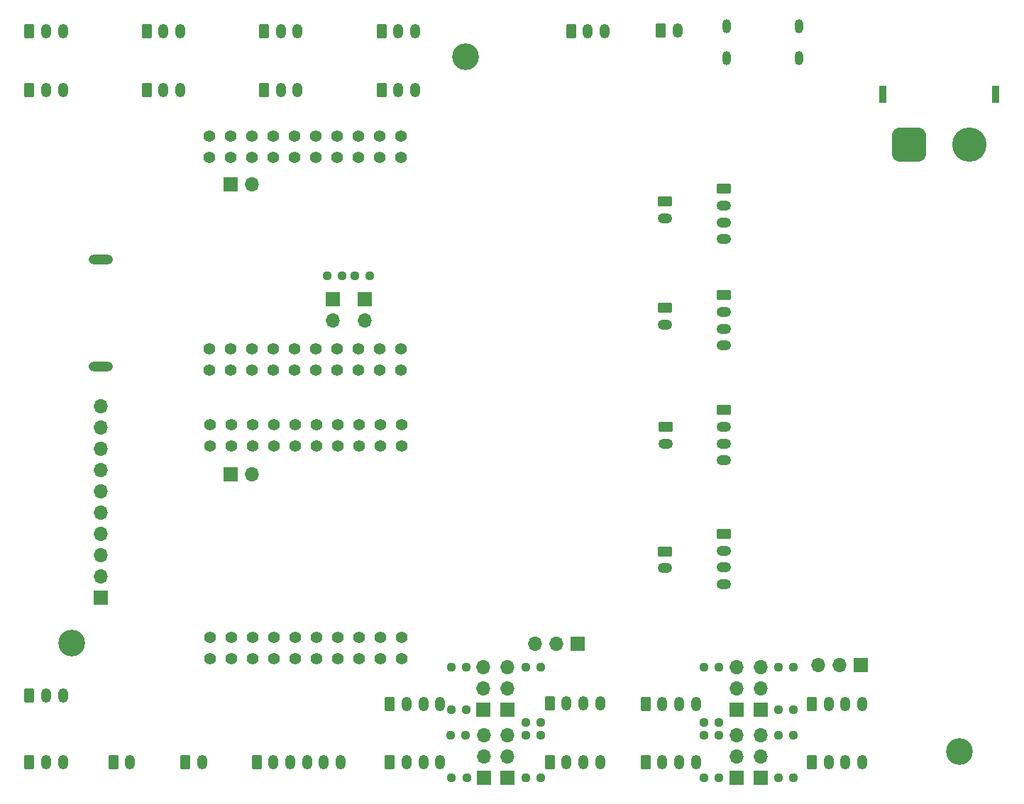
<source format=gbs>
G04 #@! TF.GenerationSoftware,KiCad,Pcbnew,8.0.5*
G04 #@! TF.CreationDate,2024-10-28T15:03:54+01:00*
G04 #@! TF.ProjectId,Aurelia-robotics-PCB,41757265-6c69-4612-9d72-6f626f746963,rev?*
G04 #@! TF.SameCoordinates,Original*
G04 #@! TF.FileFunction,Soldermask,Bot*
G04 #@! TF.FilePolarity,Negative*
%FSLAX46Y46*%
G04 Gerber Fmt 4.6, Leading zero omitted, Abs format (unit mm)*
G04 Created by KiCad (PCBNEW 8.0.5) date 2024-10-28 15:03:54*
%MOMM*%
%LPD*%
G01*
G04 APERTURE LIST*
G04 Aperture macros list*
%AMRoundRect*
0 Rectangle with rounded corners*
0 $1 Rounding radius*
0 $2 $3 $4 $5 $6 $7 $8 $9 X,Y pos of 4 corners*
0 Add a 4 corners polygon primitive as box body*
4,1,4,$2,$3,$4,$5,$6,$7,$8,$9,$2,$3,0*
0 Add four circle primitives for the rounded corners*
1,1,$1+$1,$2,$3*
1,1,$1+$1,$4,$5*
1,1,$1+$1,$6,$7*
1,1,$1+$1,$8,$9*
0 Add four rect primitives between the rounded corners*
20,1,$1+$1,$2,$3,$4,$5,0*
20,1,$1+$1,$4,$5,$6,$7,0*
20,1,$1+$1,$6,$7,$8,$9,0*
20,1,$1+$1,$8,$9,$2,$3,0*%
G04 Aperture macros list end*
%ADD10C,3.200000*%
%ADD11C,1.400000*%
%ADD12RoundRect,0.250000X-0.350000X-0.625000X0.350000X-0.625000X0.350000X0.625000X-0.350000X0.625000X0*%
%ADD13O,1.200000X1.750000*%
%ADD14RoundRect,0.250000X-0.625000X0.350000X-0.625000X-0.350000X0.625000X-0.350000X0.625000X0.350000X0*%
%ADD15O,1.750000X1.200000*%
%ADD16R,1.700000X1.700000*%
%ADD17O,1.700000X1.700000*%
%ADD18O,1.000000X1.700000*%
%ADD19R,0.900000X2.000000*%
%ADD20RoundRect,1.025000X-1.025000X-1.025000X1.025000X-1.025000X1.025000X1.025000X-1.025000X1.025000X0*%
%ADD21C,4.100000*%
%ADD22O,2.900000X1.200000*%
%ADD23RoundRect,0.237500X-0.250000X-0.237500X0.250000X-0.237500X0.250000X0.237500X-0.250000X0.237500X0*%
%ADD24RoundRect,0.237500X0.250000X0.237500X-0.250000X0.237500X-0.250000X-0.237500X0.250000X-0.237500X0*%
G04 APERTURE END LIST*
D10*
X122000000Y-32000000D03*
X181000000Y-115000000D03*
D11*
X114430000Y-75923600D03*
X114430000Y-78463600D03*
X111890000Y-75923600D03*
X111890000Y-78463600D03*
X109350000Y-75923600D03*
X109350000Y-78463600D03*
X106810000Y-75923600D03*
X106810000Y-78463600D03*
X104270000Y-75923600D03*
X104270000Y-78463600D03*
X101730000Y-75923600D03*
X101730000Y-78463600D03*
X99190000Y-75923600D03*
X99190000Y-78463600D03*
X96650000Y-75923600D03*
X96650000Y-78463600D03*
X94110000Y-75923600D03*
X94110000Y-78463600D03*
X91570000Y-75923600D03*
X91570000Y-78463600D03*
X114430000Y-101323600D03*
X114430000Y-103863600D03*
X111890000Y-101323600D03*
X111890000Y-103863600D03*
X109350000Y-101323600D03*
X109350000Y-103863600D03*
X106810000Y-101323600D03*
X106810000Y-103863600D03*
X104270000Y-101323600D03*
X104270000Y-103863600D03*
X101730000Y-101323600D03*
X101730000Y-103863600D03*
X99190000Y-101323600D03*
X99190000Y-103863600D03*
X96650000Y-101323600D03*
X96650000Y-103863600D03*
X94110000Y-101323600D03*
X94110000Y-103863600D03*
X91570000Y-101323600D03*
X91570000Y-103863600D03*
D12*
X132080000Y-109240000D03*
D13*
X134080000Y-109240000D03*
X136080000Y-109240000D03*
X138080000Y-109240000D03*
D14*
X145838000Y-49308000D03*
D15*
X145838000Y-51308000D03*
D16*
X93975000Y-81879600D03*
D17*
X96515000Y-81879600D03*
D12*
X80010000Y-116290000D03*
D13*
X82010000Y-116290000D03*
D12*
X113015000Y-116290000D03*
D13*
X115015000Y-116290000D03*
X117015000Y-116290000D03*
X119015000Y-116290000D03*
D12*
X97125000Y-116290000D03*
D13*
X99125000Y-116290000D03*
X101125000Y-116290000D03*
X103125000Y-116290000D03*
X105125000Y-116290000D03*
X107125000Y-116290000D03*
D12*
X70000000Y-116290000D03*
D13*
X72000000Y-116290000D03*
X74000000Y-116290000D03*
D12*
X143510000Y-109290000D03*
D13*
X145510000Y-109290000D03*
X147510000Y-109290000D03*
X149510000Y-109290000D03*
D18*
X161820000Y-32182500D03*
X161820000Y-28382500D03*
X153180000Y-32182500D03*
X153180000Y-28382500D03*
D12*
X84000000Y-29000000D03*
D13*
X86000000Y-29000000D03*
X88000000Y-29000000D03*
D16*
X93975000Y-47244000D03*
D17*
X96515000Y-47244000D03*
D12*
X112000000Y-29000000D03*
D13*
X114000000Y-29000000D03*
X116000000Y-29000000D03*
D14*
X145838000Y-62000000D03*
D15*
X145838000Y-64000000D03*
D12*
X70000000Y-108290000D03*
D13*
X72000000Y-108290000D03*
X74000000Y-108290000D03*
D12*
X98000000Y-36000000D03*
D13*
X100000000Y-36000000D03*
X102000000Y-36000000D03*
D12*
X132080000Y-116240000D03*
D13*
X134080000Y-116240000D03*
X136080000Y-116240000D03*
X138080000Y-116240000D03*
D16*
X124206000Y-118120000D03*
D17*
X124206000Y-115580000D03*
X124206000Y-113040000D03*
D16*
X78500000Y-96660000D03*
D17*
X78500000Y-94120000D03*
X78500000Y-91580000D03*
X78500000Y-89040000D03*
X78500000Y-86500000D03*
X78500000Y-83960000D03*
X78500000Y-81420000D03*
X78500000Y-78880000D03*
X78500000Y-76340000D03*
X78500000Y-73800000D03*
D14*
X145838000Y-91100000D03*
D15*
X145838000Y-93100000D03*
D19*
X171792000Y-36500000D03*
X185292000Y-36500000D03*
D20*
X174942000Y-42500000D03*
D21*
X182142000Y-42500000D03*
D11*
X114360000Y-41530000D03*
X114360000Y-44070000D03*
X111820000Y-41530000D03*
X111820000Y-44070000D03*
X109280000Y-41530000D03*
X109280000Y-44070000D03*
X106740000Y-41530000D03*
X106740000Y-44070000D03*
X104200000Y-41530000D03*
X104200000Y-44070000D03*
X101660000Y-41530000D03*
X101660000Y-44070000D03*
X99120000Y-41530000D03*
X99120000Y-44070000D03*
X96580000Y-41530000D03*
X96580000Y-44070000D03*
X94040000Y-41530000D03*
X94040000Y-44070000D03*
X91500000Y-41530000D03*
X91500000Y-44070000D03*
X114360000Y-66930000D03*
X114360000Y-69470000D03*
X111820000Y-66930000D03*
X111820000Y-69470000D03*
X109280000Y-66930000D03*
X109280000Y-69470000D03*
X106740000Y-66930000D03*
X106740000Y-69470000D03*
X104200000Y-66930000D03*
X104200000Y-69470000D03*
X101660000Y-66930000D03*
X101660000Y-69470000D03*
X99120000Y-66930000D03*
X99120000Y-69470000D03*
X96580000Y-66930000D03*
X96580000Y-69470000D03*
X94040000Y-66930000D03*
X94040000Y-69470000D03*
X91500000Y-66930000D03*
X91500000Y-69470000D03*
D12*
X163370000Y-109290000D03*
D13*
X165370000Y-109290000D03*
X167370000Y-109290000D03*
X169370000Y-109290000D03*
D12*
X84000000Y-36000000D03*
D13*
X86000000Y-36000000D03*
X88000000Y-36000000D03*
D16*
X154381200Y-118110000D03*
D17*
X154381200Y-115570000D03*
X154381200Y-113030000D03*
D22*
X78500000Y-56200000D03*
X78500000Y-69000000D03*
D14*
X152838000Y-47808000D03*
D15*
X152838000Y-49808000D03*
X152838000Y-51808000D03*
X152838000Y-53808000D03*
D16*
X169199800Y-104648000D03*
D17*
X166659800Y-104648000D03*
X164119800Y-104648000D03*
D16*
X127006400Y-118110000D03*
D17*
X127006400Y-115570000D03*
X127006400Y-113030000D03*
D12*
X112000000Y-36000000D03*
D13*
X114000000Y-36000000D03*
X116000000Y-36000000D03*
D16*
X154381200Y-109992000D03*
D17*
X154381200Y-107452000D03*
X154381200Y-104912000D03*
D16*
X124187000Y-109982000D03*
D17*
X124187000Y-107442000D03*
X124187000Y-104902000D03*
D12*
X145320000Y-28914000D03*
D13*
X147320000Y-28914000D03*
D16*
X135392000Y-102108000D03*
D17*
X132852000Y-102108000D03*
X130312000Y-102108000D03*
D12*
X163370000Y-116290000D03*
D13*
X165370000Y-116290000D03*
X167370000Y-116290000D03*
X169370000Y-116290000D03*
D12*
X143510000Y-116290000D03*
D13*
X145510000Y-116290000D03*
X147510000Y-116290000D03*
X149510000Y-116290000D03*
D12*
X113015000Y-109290000D03*
D13*
X115015000Y-109290000D03*
X117015000Y-109290000D03*
X119015000Y-109290000D03*
D12*
X70000000Y-29000000D03*
D13*
X72000000Y-29000000D03*
X74000000Y-29000000D03*
D14*
X145888000Y-76216000D03*
D15*
X145888000Y-78216000D03*
D12*
X98000000Y-29000000D03*
D13*
X100000000Y-29000000D03*
X102000000Y-29000000D03*
D10*
X75000000Y-102000000D03*
D12*
X88615000Y-116290000D03*
D13*
X90615000Y-116290000D03*
D16*
X127000000Y-109982000D03*
D17*
X127000000Y-107442000D03*
X127000000Y-104902000D03*
D14*
X152838000Y-74216000D03*
D15*
X152838000Y-76216000D03*
X152838000Y-78216000D03*
X152838000Y-80216000D03*
D14*
X152838000Y-89000000D03*
D15*
X152838000Y-91000000D03*
X152838000Y-93000000D03*
X152838000Y-95000000D03*
D12*
X134620000Y-28956000D03*
D13*
X136620000Y-28956000D03*
X138620000Y-28956000D03*
D12*
X70000000Y-36000000D03*
D13*
X72000000Y-36000000D03*
X74000000Y-36000000D03*
D16*
X106172000Y-60955000D03*
D17*
X106172000Y-63495000D03*
D16*
X157226000Y-109982000D03*
D17*
X157226000Y-107442000D03*
X157226000Y-104902000D03*
D16*
X109982000Y-60955000D03*
D17*
X109982000Y-63495000D03*
D14*
X152838000Y-60500000D03*
D15*
X152838000Y-62500000D03*
X152838000Y-64500000D03*
X152838000Y-66500000D03*
D16*
X157226000Y-118110000D03*
D17*
X157226000Y-115570000D03*
X157226000Y-113030000D03*
D23*
X150471500Y-113030000D03*
X152296500Y-113030000D03*
D24*
X131037500Y-111506000D03*
X129212500Y-111506000D03*
D23*
X150471500Y-111506000D03*
X152296500Y-111506000D03*
D24*
X161186500Y-113030000D03*
X159361500Y-113030000D03*
D23*
X150471500Y-104902000D03*
X152296500Y-104902000D03*
X120322500Y-109982000D03*
X122147500Y-109982000D03*
D24*
X110640500Y-58166000D03*
X108815500Y-58166000D03*
D23*
X105513500Y-58166000D03*
X107338500Y-58166000D03*
D24*
X161186500Y-118110000D03*
X159361500Y-118110000D03*
D23*
X120245500Y-113030000D03*
X122070500Y-113030000D03*
X150471500Y-118110000D03*
X152296500Y-118110000D03*
X120322500Y-104902000D03*
X122147500Y-104902000D03*
D24*
X131037500Y-113030000D03*
X129212500Y-113030000D03*
X161186500Y-104902000D03*
X159361500Y-104902000D03*
D23*
X120372500Y-118110000D03*
X122197500Y-118110000D03*
D24*
X131037500Y-104902000D03*
X129212500Y-104902000D03*
X161186500Y-109982000D03*
X159361500Y-109982000D03*
X131037500Y-118110000D03*
X129212500Y-118110000D03*
M02*

</source>
